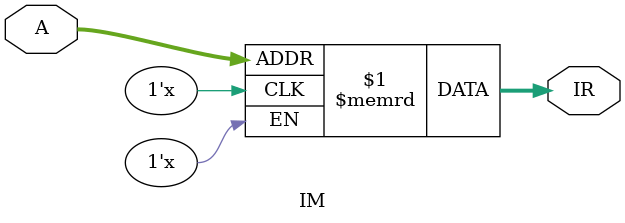
<source format=v>
module IM(A,IR);
    input  [15:0] A ;    // address bus [11:2]
    output [31:0] IR;     // 32-bit memory output
    reg[31:0] im_128k[0:32767];  // 1024  * 32bit =    4KB
    // 32768 * 32bit =  128KB 
    
    assign IR = im_128k[A]; // 左移两位
    
endmodule
</source>
